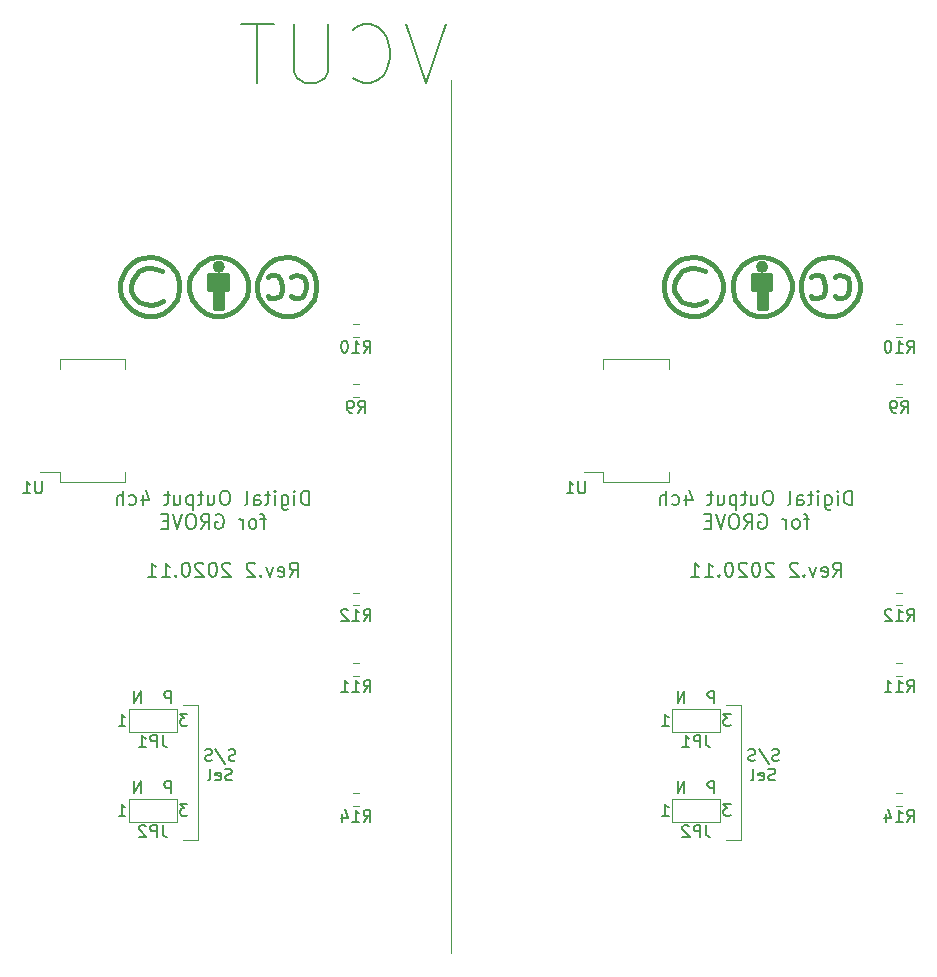
<source format=gbo>
G04 #@! TF.GenerationSoftware,KiCad,Pcbnew,(5.1.8)-1*
G04 #@! TF.CreationDate,2020-11-28T16:02:54+09:00*
G04 #@! TF.ProjectId,DigitalOutput4chS,44696769-7461-46c4-9f75-747075743463,2*
G04 #@! TF.SameCoordinates,Original*
G04 #@! TF.FileFunction,Legend,Bot*
G04 #@! TF.FilePolarity,Positive*
%FSLAX46Y46*%
G04 Gerber Fmt 4.6, Leading zero omitted, Abs format (unit mm)*
G04 Created by KiCad (PCBNEW (5.1.8)-1) date 2020-11-28 16:02:54*
%MOMM*%
%LPD*%
G01*
G04 APERTURE LIST*
%ADD10C,0.120000*%
%ADD11C,0.150000*%
%ADD12C,0.200000*%
%ADD13C,0.381000*%
G04 APERTURE END LIST*
D10*
X128320000Y-144030000D02*
X129590000Y-144030000D01*
X129590000Y-144030000D02*
X129590000Y-155460000D01*
X129590000Y-155460000D02*
X128320000Y-155460000D01*
D11*
X124795714Y-151467380D02*
X124795714Y-150467380D01*
X124224285Y-151467380D01*
X124224285Y-150467380D01*
D12*
X137378571Y-133142857D02*
X137778571Y-132571428D01*
X138064285Y-133142857D02*
X138064285Y-131942857D01*
X137607142Y-131942857D01*
X137492857Y-132000000D01*
X137435714Y-132057142D01*
X137378571Y-132171428D01*
X137378571Y-132342857D01*
X137435714Y-132457142D01*
X137492857Y-132514285D01*
X137607142Y-132571428D01*
X138064285Y-132571428D01*
X136407142Y-133085714D02*
X136521428Y-133142857D01*
X136750000Y-133142857D01*
X136864285Y-133085714D01*
X136921428Y-132971428D01*
X136921428Y-132514285D01*
X136864285Y-132400000D01*
X136750000Y-132342857D01*
X136521428Y-132342857D01*
X136407142Y-132400000D01*
X136350000Y-132514285D01*
X136350000Y-132628571D01*
X136921428Y-132742857D01*
X135950000Y-132342857D02*
X135664285Y-133142857D01*
X135378571Y-132342857D01*
X134921428Y-133028571D02*
X134864285Y-133085714D01*
X134921428Y-133142857D01*
X134978571Y-133085714D01*
X134921428Y-133028571D01*
X134921428Y-133142857D01*
X134407142Y-132057142D02*
X134350000Y-132000000D01*
X134235714Y-131942857D01*
X133950000Y-131942857D01*
X133835714Y-132000000D01*
X133778571Y-132057142D01*
X133721428Y-132171428D01*
X133721428Y-132285714D01*
X133778571Y-132457142D01*
X134464285Y-133142857D01*
X133721428Y-133142857D01*
X132350000Y-132057142D02*
X132292857Y-132000000D01*
X132178571Y-131942857D01*
X131892857Y-131942857D01*
X131778571Y-132000000D01*
X131721428Y-132057142D01*
X131664285Y-132171428D01*
X131664285Y-132285714D01*
X131721428Y-132457142D01*
X132407142Y-133142857D01*
X131664285Y-133142857D01*
X130921428Y-131942857D02*
X130807142Y-131942857D01*
X130692857Y-132000000D01*
X130635714Y-132057142D01*
X130578571Y-132171428D01*
X130521428Y-132400000D01*
X130521428Y-132685714D01*
X130578571Y-132914285D01*
X130635714Y-133028571D01*
X130692857Y-133085714D01*
X130807142Y-133142857D01*
X130921428Y-133142857D01*
X131035714Y-133085714D01*
X131092857Y-133028571D01*
X131150000Y-132914285D01*
X131207142Y-132685714D01*
X131207142Y-132400000D01*
X131150000Y-132171428D01*
X131092857Y-132057142D01*
X131035714Y-132000000D01*
X130921428Y-131942857D01*
X130064285Y-132057142D02*
X130007142Y-132000000D01*
X129892857Y-131942857D01*
X129607142Y-131942857D01*
X129492857Y-132000000D01*
X129435714Y-132057142D01*
X129378571Y-132171428D01*
X129378571Y-132285714D01*
X129435714Y-132457142D01*
X130121428Y-133142857D01*
X129378571Y-133142857D01*
X128635714Y-131942857D02*
X128521428Y-131942857D01*
X128407142Y-132000000D01*
X128350000Y-132057142D01*
X128292857Y-132171428D01*
X128235714Y-132400000D01*
X128235714Y-132685714D01*
X128292857Y-132914285D01*
X128350000Y-133028571D01*
X128407142Y-133085714D01*
X128521428Y-133142857D01*
X128635714Y-133142857D01*
X128750000Y-133085714D01*
X128807142Y-133028571D01*
X128864285Y-132914285D01*
X128921428Y-132685714D01*
X128921428Y-132400000D01*
X128864285Y-132171428D01*
X128807142Y-132057142D01*
X128750000Y-132000000D01*
X128635714Y-131942857D01*
X127721428Y-133028571D02*
X127664285Y-133085714D01*
X127721428Y-133142857D01*
X127778571Y-133085714D01*
X127721428Y-133028571D01*
X127721428Y-133142857D01*
X126521428Y-133142857D02*
X127207142Y-133142857D01*
X126864285Y-133142857D02*
X126864285Y-131942857D01*
X126978571Y-132114285D01*
X127092857Y-132228571D01*
X127207142Y-132285714D01*
X125378571Y-133142857D02*
X126064285Y-133142857D01*
X125721428Y-133142857D02*
X125721428Y-131942857D01*
X125835714Y-132114285D01*
X125950000Y-132228571D01*
X126064285Y-132285714D01*
D11*
X124795714Y-143847380D02*
X124795714Y-142847380D01*
X124224285Y-143847380D01*
X124224285Y-142847380D01*
X127311904Y-151467380D02*
X127311904Y-150467380D01*
X126930952Y-150467380D01*
X126835714Y-150515000D01*
X126788095Y-150562619D01*
X126740476Y-150657857D01*
X126740476Y-150800714D01*
X126788095Y-150895952D01*
X126835714Y-150943571D01*
X126930952Y-150991190D01*
X127311904Y-150991190D01*
X132780714Y-148689761D02*
X132637857Y-148737380D01*
X132399761Y-148737380D01*
X132304523Y-148689761D01*
X132256904Y-148642142D01*
X132209285Y-148546904D01*
X132209285Y-148451666D01*
X132256904Y-148356428D01*
X132304523Y-148308809D01*
X132399761Y-148261190D01*
X132590238Y-148213571D01*
X132685476Y-148165952D01*
X132733095Y-148118333D01*
X132780714Y-148023095D01*
X132780714Y-147927857D01*
X132733095Y-147832619D01*
X132685476Y-147785000D01*
X132590238Y-147737380D01*
X132352142Y-147737380D01*
X132209285Y-147785000D01*
X131066428Y-147689761D02*
X131923571Y-148975476D01*
X130780714Y-148689761D02*
X130637857Y-148737380D01*
X130399761Y-148737380D01*
X130304523Y-148689761D01*
X130256904Y-148642142D01*
X130209285Y-148546904D01*
X130209285Y-148451666D01*
X130256904Y-148356428D01*
X130304523Y-148308809D01*
X130399761Y-148261190D01*
X130590238Y-148213571D01*
X130685476Y-148165952D01*
X130733095Y-148118333D01*
X130780714Y-148023095D01*
X130780714Y-147927857D01*
X130733095Y-147832619D01*
X130685476Y-147785000D01*
X130590238Y-147737380D01*
X130352142Y-147737380D01*
X130209285Y-147785000D01*
X132471190Y-150339761D02*
X132328333Y-150387380D01*
X132090238Y-150387380D01*
X131995000Y-150339761D01*
X131947380Y-150292142D01*
X131899761Y-150196904D01*
X131899761Y-150101666D01*
X131947380Y-150006428D01*
X131995000Y-149958809D01*
X132090238Y-149911190D01*
X132280714Y-149863571D01*
X132375952Y-149815952D01*
X132423571Y-149768333D01*
X132471190Y-149673095D01*
X132471190Y-149577857D01*
X132423571Y-149482619D01*
X132375952Y-149435000D01*
X132280714Y-149387380D01*
X132042619Y-149387380D01*
X131899761Y-149435000D01*
X131090238Y-150339761D02*
X131185476Y-150387380D01*
X131375952Y-150387380D01*
X131471190Y-150339761D01*
X131518809Y-150244523D01*
X131518809Y-149863571D01*
X131471190Y-149768333D01*
X131375952Y-149720714D01*
X131185476Y-149720714D01*
X131090238Y-149768333D01*
X131042619Y-149863571D01*
X131042619Y-149958809D01*
X131518809Y-150054047D01*
X130471190Y-150387380D02*
X130566428Y-150339761D01*
X130614047Y-150244523D01*
X130614047Y-149387380D01*
X127311904Y-143847380D02*
X127311904Y-142847380D01*
X126930952Y-142847380D01*
X126835714Y-142895000D01*
X126788095Y-142942619D01*
X126740476Y-143037857D01*
X126740476Y-143180714D01*
X126788095Y-143275952D01*
X126835714Y-143323571D01*
X126930952Y-143371190D01*
X127311904Y-143371190D01*
D12*
X138974285Y-127062857D02*
X138974285Y-125862857D01*
X138688571Y-125862857D01*
X138517142Y-125920000D01*
X138402857Y-126034285D01*
X138345714Y-126148571D01*
X138288571Y-126377142D01*
X138288571Y-126548571D01*
X138345714Y-126777142D01*
X138402857Y-126891428D01*
X138517142Y-127005714D01*
X138688571Y-127062857D01*
X138974285Y-127062857D01*
X137774285Y-127062857D02*
X137774285Y-126262857D01*
X137774285Y-125862857D02*
X137831428Y-125920000D01*
X137774285Y-125977142D01*
X137717142Y-125920000D01*
X137774285Y-125862857D01*
X137774285Y-125977142D01*
X136688571Y-126262857D02*
X136688571Y-127234285D01*
X136745714Y-127348571D01*
X136802857Y-127405714D01*
X136917142Y-127462857D01*
X137088571Y-127462857D01*
X137202857Y-127405714D01*
X136688571Y-127005714D02*
X136802857Y-127062857D01*
X137031428Y-127062857D01*
X137145714Y-127005714D01*
X137202857Y-126948571D01*
X137260000Y-126834285D01*
X137260000Y-126491428D01*
X137202857Y-126377142D01*
X137145714Y-126320000D01*
X137031428Y-126262857D01*
X136802857Y-126262857D01*
X136688571Y-126320000D01*
X136117142Y-127062857D02*
X136117142Y-126262857D01*
X136117142Y-125862857D02*
X136174285Y-125920000D01*
X136117142Y-125977142D01*
X136060000Y-125920000D01*
X136117142Y-125862857D01*
X136117142Y-125977142D01*
X135717142Y-126262857D02*
X135260000Y-126262857D01*
X135545714Y-125862857D02*
X135545714Y-126891428D01*
X135488571Y-127005714D01*
X135374285Y-127062857D01*
X135260000Y-127062857D01*
X134345714Y-127062857D02*
X134345714Y-126434285D01*
X134402857Y-126320000D01*
X134517142Y-126262857D01*
X134745714Y-126262857D01*
X134860000Y-126320000D01*
X134345714Y-127005714D02*
X134460000Y-127062857D01*
X134745714Y-127062857D01*
X134860000Y-127005714D01*
X134917142Y-126891428D01*
X134917142Y-126777142D01*
X134860000Y-126662857D01*
X134745714Y-126605714D01*
X134460000Y-126605714D01*
X134345714Y-126548571D01*
X133602857Y-127062857D02*
X133717142Y-127005714D01*
X133774285Y-126891428D01*
X133774285Y-125862857D01*
X132002857Y-125862857D02*
X131774285Y-125862857D01*
X131660000Y-125920000D01*
X131545714Y-126034285D01*
X131488571Y-126262857D01*
X131488571Y-126662857D01*
X131545714Y-126891428D01*
X131660000Y-127005714D01*
X131774285Y-127062857D01*
X132002857Y-127062857D01*
X132117142Y-127005714D01*
X132231428Y-126891428D01*
X132288571Y-126662857D01*
X132288571Y-126262857D01*
X132231428Y-126034285D01*
X132117142Y-125920000D01*
X132002857Y-125862857D01*
X130460000Y-126262857D02*
X130460000Y-127062857D01*
X130974285Y-126262857D02*
X130974285Y-126891428D01*
X130917142Y-127005714D01*
X130802857Y-127062857D01*
X130631428Y-127062857D01*
X130517142Y-127005714D01*
X130460000Y-126948571D01*
X130060000Y-126262857D02*
X129602857Y-126262857D01*
X129888571Y-125862857D02*
X129888571Y-126891428D01*
X129831428Y-127005714D01*
X129717142Y-127062857D01*
X129602857Y-127062857D01*
X129202857Y-126262857D02*
X129202857Y-127462857D01*
X129202857Y-126320000D02*
X129088571Y-126262857D01*
X128860000Y-126262857D01*
X128745714Y-126320000D01*
X128688571Y-126377142D01*
X128631428Y-126491428D01*
X128631428Y-126834285D01*
X128688571Y-126948571D01*
X128745714Y-127005714D01*
X128860000Y-127062857D01*
X129088571Y-127062857D01*
X129202857Y-127005714D01*
X127602857Y-126262857D02*
X127602857Y-127062857D01*
X128117142Y-126262857D02*
X128117142Y-126891428D01*
X128060000Y-127005714D01*
X127945714Y-127062857D01*
X127774285Y-127062857D01*
X127660000Y-127005714D01*
X127602857Y-126948571D01*
X127202857Y-126262857D02*
X126745714Y-126262857D01*
X127031428Y-125862857D02*
X127031428Y-126891428D01*
X126974285Y-127005714D01*
X126860000Y-127062857D01*
X126745714Y-127062857D01*
X124917142Y-126262857D02*
X124917142Y-127062857D01*
X125202857Y-125805714D02*
X125488571Y-126662857D01*
X124745714Y-126662857D01*
X123774285Y-127005714D02*
X123888571Y-127062857D01*
X124117142Y-127062857D01*
X124231428Y-127005714D01*
X124288571Y-126948571D01*
X124345714Y-126834285D01*
X124345714Y-126491428D01*
X124288571Y-126377142D01*
X124231428Y-126320000D01*
X124117142Y-126262857D01*
X123888571Y-126262857D01*
X123774285Y-126320000D01*
X123260000Y-127062857D02*
X123260000Y-125862857D01*
X122745714Y-127062857D02*
X122745714Y-126434285D01*
X122802857Y-126320000D01*
X122917142Y-126262857D01*
X123088571Y-126262857D01*
X123202857Y-126320000D01*
X123260000Y-126377142D01*
X135345714Y-128262857D02*
X134888571Y-128262857D01*
X135174285Y-129062857D02*
X135174285Y-128034285D01*
X135117142Y-127920000D01*
X135002857Y-127862857D01*
X134888571Y-127862857D01*
X134317142Y-129062857D02*
X134431428Y-129005714D01*
X134488571Y-128948571D01*
X134545714Y-128834285D01*
X134545714Y-128491428D01*
X134488571Y-128377142D01*
X134431428Y-128320000D01*
X134317142Y-128262857D01*
X134145714Y-128262857D01*
X134031428Y-128320000D01*
X133974285Y-128377142D01*
X133917142Y-128491428D01*
X133917142Y-128834285D01*
X133974285Y-128948571D01*
X134031428Y-129005714D01*
X134145714Y-129062857D01*
X134317142Y-129062857D01*
X133402857Y-129062857D02*
X133402857Y-128262857D01*
X133402857Y-128491428D02*
X133345714Y-128377142D01*
X133288571Y-128320000D01*
X133174285Y-128262857D01*
X133060000Y-128262857D01*
X131117142Y-127920000D02*
X131231428Y-127862857D01*
X131402857Y-127862857D01*
X131574285Y-127920000D01*
X131688571Y-128034285D01*
X131745714Y-128148571D01*
X131802857Y-128377142D01*
X131802857Y-128548571D01*
X131745714Y-128777142D01*
X131688571Y-128891428D01*
X131574285Y-129005714D01*
X131402857Y-129062857D01*
X131288571Y-129062857D01*
X131117142Y-129005714D01*
X131060000Y-128948571D01*
X131060000Y-128548571D01*
X131288571Y-128548571D01*
X129860000Y-129062857D02*
X130260000Y-128491428D01*
X130545714Y-129062857D02*
X130545714Y-127862857D01*
X130088571Y-127862857D01*
X129974285Y-127920000D01*
X129917142Y-127977142D01*
X129860000Y-128091428D01*
X129860000Y-128262857D01*
X129917142Y-128377142D01*
X129974285Y-128434285D01*
X130088571Y-128491428D01*
X130545714Y-128491428D01*
X129117142Y-127862857D02*
X128888571Y-127862857D01*
X128774285Y-127920000D01*
X128660000Y-128034285D01*
X128602857Y-128262857D01*
X128602857Y-128662857D01*
X128660000Y-128891428D01*
X128774285Y-129005714D01*
X128888571Y-129062857D01*
X129117142Y-129062857D01*
X129231428Y-129005714D01*
X129345714Y-128891428D01*
X129402857Y-128662857D01*
X129402857Y-128262857D01*
X129345714Y-128034285D01*
X129231428Y-127920000D01*
X129117142Y-127862857D01*
X128260000Y-127862857D02*
X127860000Y-129062857D01*
X127460000Y-127862857D01*
X127060000Y-128434285D02*
X126660000Y-128434285D01*
X126488571Y-129062857D02*
X127060000Y-129062857D01*
X127060000Y-127862857D01*
X126488571Y-127862857D01*
X91378571Y-133142857D02*
X91778571Y-132571428D01*
X92064285Y-133142857D02*
X92064285Y-131942857D01*
X91607142Y-131942857D01*
X91492857Y-132000000D01*
X91435714Y-132057142D01*
X91378571Y-132171428D01*
X91378571Y-132342857D01*
X91435714Y-132457142D01*
X91492857Y-132514285D01*
X91607142Y-132571428D01*
X92064285Y-132571428D01*
X90407142Y-133085714D02*
X90521428Y-133142857D01*
X90750000Y-133142857D01*
X90864285Y-133085714D01*
X90921428Y-132971428D01*
X90921428Y-132514285D01*
X90864285Y-132400000D01*
X90750000Y-132342857D01*
X90521428Y-132342857D01*
X90407142Y-132400000D01*
X90350000Y-132514285D01*
X90350000Y-132628571D01*
X90921428Y-132742857D01*
X89950000Y-132342857D02*
X89664285Y-133142857D01*
X89378571Y-132342857D01*
X88921428Y-133028571D02*
X88864285Y-133085714D01*
X88921428Y-133142857D01*
X88978571Y-133085714D01*
X88921428Y-133028571D01*
X88921428Y-133142857D01*
X88407142Y-132057142D02*
X88350000Y-132000000D01*
X88235714Y-131942857D01*
X87950000Y-131942857D01*
X87835714Y-132000000D01*
X87778571Y-132057142D01*
X87721428Y-132171428D01*
X87721428Y-132285714D01*
X87778571Y-132457142D01*
X88464285Y-133142857D01*
X87721428Y-133142857D01*
X86350000Y-132057142D02*
X86292857Y-132000000D01*
X86178571Y-131942857D01*
X85892857Y-131942857D01*
X85778571Y-132000000D01*
X85721428Y-132057142D01*
X85664285Y-132171428D01*
X85664285Y-132285714D01*
X85721428Y-132457142D01*
X86407142Y-133142857D01*
X85664285Y-133142857D01*
X84921428Y-131942857D02*
X84807142Y-131942857D01*
X84692857Y-132000000D01*
X84635714Y-132057142D01*
X84578571Y-132171428D01*
X84521428Y-132400000D01*
X84521428Y-132685714D01*
X84578571Y-132914285D01*
X84635714Y-133028571D01*
X84692857Y-133085714D01*
X84807142Y-133142857D01*
X84921428Y-133142857D01*
X85035714Y-133085714D01*
X85092857Y-133028571D01*
X85150000Y-132914285D01*
X85207142Y-132685714D01*
X85207142Y-132400000D01*
X85150000Y-132171428D01*
X85092857Y-132057142D01*
X85035714Y-132000000D01*
X84921428Y-131942857D01*
X84064285Y-132057142D02*
X84007142Y-132000000D01*
X83892857Y-131942857D01*
X83607142Y-131942857D01*
X83492857Y-132000000D01*
X83435714Y-132057142D01*
X83378571Y-132171428D01*
X83378571Y-132285714D01*
X83435714Y-132457142D01*
X84121428Y-133142857D01*
X83378571Y-133142857D01*
X82635714Y-131942857D02*
X82521428Y-131942857D01*
X82407142Y-132000000D01*
X82350000Y-132057142D01*
X82292857Y-132171428D01*
X82235714Y-132400000D01*
X82235714Y-132685714D01*
X82292857Y-132914285D01*
X82350000Y-133028571D01*
X82407142Y-133085714D01*
X82521428Y-133142857D01*
X82635714Y-133142857D01*
X82750000Y-133085714D01*
X82807142Y-133028571D01*
X82864285Y-132914285D01*
X82921428Y-132685714D01*
X82921428Y-132400000D01*
X82864285Y-132171428D01*
X82807142Y-132057142D01*
X82750000Y-132000000D01*
X82635714Y-131942857D01*
X81721428Y-133028571D02*
X81664285Y-133085714D01*
X81721428Y-133142857D01*
X81778571Y-133085714D01*
X81721428Y-133028571D01*
X81721428Y-133142857D01*
X80521428Y-133142857D02*
X81207142Y-133142857D01*
X80864285Y-133142857D02*
X80864285Y-131942857D01*
X80978571Y-132114285D01*
X81092857Y-132228571D01*
X81207142Y-132285714D01*
X79378571Y-133142857D02*
X80064285Y-133142857D01*
X79721428Y-133142857D02*
X79721428Y-131942857D01*
X79835714Y-132114285D01*
X79950000Y-132228571D01*
X80064285Y-132285714D01*
D11*
X86780714Y-148689761D02*
X86637857Y-148737380D01*
X86399761Y-148737380D01*
X86304523Y-148689761D01*
X86256904Y-148642142D01*
X86209285Y-148546904D01*
X86209285Y-148451666D01*
X86256904Y-148356428D01*
X86304523Y-148308809D01*
X86399761Y-148261190D01*
X86590238Y-148213571D01*
X86685476Y-148165952D01*
X86733095Y-148118333D01*
X86780714Y-148023095D01*
X86780714Y-147927857D01*
X86733095Y-147832619D01*
X86685476Y-147785000D01*
X86590238Y-147737380D01*
X86352142Y-147737380D01*
X86209285Y-147785000D01*
X85066428Y-147689761D02*
X85923571Y-148975476D01*
X84780714Y-148689761D02*
X84637857Y-148737380D01*
X84399761Y-148737380D01*
X84304523Y-148689761D01*
X84256904Y-148642142D01*
X84209285Y-148546904D01*
X84209285Y-148451666D01*
X84256904Y-148356428D01*
X84304523Y-148308809D01*
X84399761Y-148261190D01*
X84590238Y-148213571D01*
X84685476Y-148165952D01*
X84733095Y-148118333D01*
X84780714Y-148023095D01*
X84780714Y-147927857D01*
X84733095Y-147832619D01*
X84685476Y-147785000D01*
X84590238Y-147737380D01*
X84352142Y-147737380D01*
X84209285Y-147785000D01*
X86471190Y-150339761D02*
X86328333Y-150387380D01*
X86090238Y-150387380D01*
X85995000Y-150339761D01*
X85947380Y-150292142D01*
X85899761Y-150196904D01*
X85899761Y-150101666D01*
X85947380Y-150006428D01*
X85995000Y-149958809D01*
X86090238Y-149911190D01*
X86280714Y-149863571D01*
X86375952Y-149815952D01*
X86423571Y-149768333D01*
X86471190Y-149673095D01*
X86471190Y-149577857D01*
X86423571Y-149482619D01*
X86375952Y-149435000D01*
X86280714Y-149387380D01*
X86042619Y-149387380D01*
X85899761Y-149435000D01*
X85090238Y-150339761D02*
X85185476Y-150387380D01*
X85375952Y-150387380D01*
X85471190Y-150339761D01*
X85518809Y-150244523D01*
X85518809Y-149863571D01*
X85471190Y-149768333D01*
X85375952Y-149720714D01*
X85185476Y-149720714D01*
X85090238Y-149768333D01*
X85042619Y-149863571D01*
X85042619Y-149958809D01*
X85518809Y-150054047D01*
X84471190Y-150387380D02*
X84566428Y-150339761D01*
X84614047Y-150244523D01*
X84614047Y-149387380D01*
X81311904Y-143847380D02*
X81311904Y-142847380D01*
X80930952Y-142847380D01*
X80835714Y-142895000D01*
X80788095Y-142942619D01*
X80740476Y-143037857D01*
X80740476Y-143180714D01*
X80788095Y-143275952D01*
X80835714Y-143323571D01*
X80930952Y-143371190D01*
X81311904Y-143371190D01*
X78795714Y-143847380D02*
X78795714Y-142847380D01*
X78224285Y-143847380D01*
X78224285Y-142847380D01*
X81311904Y-151467380D02*
X81311904Y-150467380D01*
X80930952Y-150467380D01*
X80835714Y-150515000D01*
X80788095Y-150562619D01*
X80740476Y-150657857D01*
X80740476Y-150800714D01*
X80788095Y-150895952D01*
X80835714Y-150943571D01*
X80930952Y-150991190D01*
X81311904Y-150991190D01*
D12*
X92974285Y-127062857D02*
X92974285Y-125862857D01*
X92688571Y-125862857D01*
X92517142Y-125920000D01*
X92402857Y-126034285D01*
X92345714Y-126148571D01*
X92288571Y-126377142D01*
X92288571Y-126548571D01*
X92345714Y-126777142D01*
X92402857Y-126891428D01*
X92517142Y-127005714D01*
X92688571Y-127062857D01*
X92974285Y-127062857D01*
X91774285Y-127062857D02*
X91774285Y-126262857D01*
X91774285Y-125862857D02*
X91831428Y-125920000D01*
X91774285Y-125977142D01*
X91717142Y-125920000D01*
X91774285Y-125862857D01*
X91774285Y-125977142D01*
X90688571Y-126262857D02*
X90688571Y-127234285D01*
X90745714Y-127348571D01*
X90802857Y-127405714D01*
X90917142Y-127462857D01*
X91088571Y-127462857D01*
X91202857Y-127405714D01*
X90688571Y-127005714D02*
X90802857Y-127062857D01*
X91031428Y-127062857D01*
X91145714Y-127005714D01*
X91202857Y-126948571D01*
X91260000Y-126834285D01*
X91260000Y-126491428D01*
X91202857Y-126377142D01*
X91145714Y-126320000D01*
X91031428Y-126262857D01*
X90802857Y-126262857D01*
X90688571Y-126320000D01*
X90117142Y-127062857D02*
X90117142Y-126262857D01*
X90117142Y-125862857D02*
X90174285Y-125920000D01*
X90117142Y-125977142D01*
X90060000Y-125920000D01*
X90117142Y-125862857D01*
X90117142Y-125977142D01*
X89717142Y-126262857D02*
X89260000Y-126262857D01*
X89545714Y-125862857D02*
X89545714Y-126891428D01*
X89488571Y-127005714D01*
X89374285Y-127062857D01*
X89260000Y-127062857D01*
X88345714Y-127062857D02*
X88345714Y-126434285D01*
X88402857Y-126320000D01*
X88517142Y-126262857D01*
X88745714Y-126262857D01*
X88860000Y-126320000D01*
X88345714Y-127005714D02*
X88460000Y-127062857D01*
X88745714Y-127062857D01*
X88860000Y-127005714D01*
X88917142Y-126891428D01*
X88917142Y-126777142D01*
X88860000Y-126662857D01*
X88745714Y-126605714D01*
X88460000Y-126605714D01*
X88345714Y-126548571D01*
X87602857Y-127062857D02*
X87717142Y-127005714D01*
X87774285Y-126891428D01*
X87774285Y-125862857D01*
X86002857Y-125862857D02*
X85774285Y-125862857D01*
X85660000Y-125920000D01*
X85545714Y-126034285D01*
X85488571Y-126262857D01*
X85488571Y-126662857D01*
X85545714Y-126891428D01*
X85660000Y-127005714D01*
X85774285Y-127062857D01*
X86002857Y-127062857D01*
X86117142Y-127005714D01*
X86231428Y-126891428D01*
X86288571Y-126662857D01*
X86288571Y-126262857D01*
X86231428Y-126034285D01*
X86117142Y-125920000D01*
X86002857Y-125862857D01*
X84460000Y-126262857D02*
X84460000Y-127062857D01*
X84974285Y-126262857D02*
X84974285Y-126891428D01*
X84917142Y-127005714D01*
X84802857Y-127062857D01*
X84631428Y-127062857D01*
X84517142Y-127005714D01*
X84460000Y-126948571D01*
X84060000Y-126262857D02*
X83602857Y-126262857D01*
X83888571Y-125862857D02*
X83888571Y-126891428D01*
X83831428Y-127005714D01*
X83717142Y-127062857D01*
X83602857Y-127062857D01*
X83202857Y-126262857D02*
X83202857Y-127462857D01*
X83202857Y-126320000D02*
X83088571Y-126262857D01*
X82860000Y-126262857D01*
X82745714Y-126320000D01*
X82688571Y-126377142D01*
X82631428Y-126491428D01*
X82631428Y-126834285D01*
X82688571Y-126948571D01*
X82745714Y-127005714D01*
X82860000Y-127062857D01*
X83088571Y-127062857D01*
X83202857Y-127005714D01*
X81602857Y-126262857D02*
X81602857Y-127062857D01*
X82117142Y-126262857D02*
X82117142Y-126891428D01*
X82060000Y-127005714D01*
X81945714Y-127062857D01*
X81774285Y-127062857D01*
X81660000Y-127005714D01*
X81602857Y-126948571D01*
X81202857Y-126262857D02*
X80745714Y-126262857D01*
X81031428Y-125862857D02*
X81031428Y-126891428D01*
X80974285Y-127005714D01*
X80860000Y-127062857D01*
X80745714Y-127062857D01*
X78917142Y-126262857D02*
X78917142Y-127062857D01*
X79202857Y-125805714D02*
X79488571Y-126662857D01*
X78745714Y-126662857D01*
X77774285Y-127005714D02*
X77888571Y-127062857D01*
X78117142Y-127062857D01*
X78231428Y-127005714D01*
X78288571Y-126948571D01*
X78345714Y-126834285D01*
X78345714Y-126491428D01*
X78288571Y-126377142D01*
X78231428Y-126320000D01*
X78117142Y-126262857D01*
X77888571Y-126262857D01*
X77774285Y-126320000D01*
X77260000Y-127062857D02*
X77260000Y-125862857D01*
X76745714Y-127062857D02*
X76745714Y-126434285D01*
X76802857Y-126320000D01*
X76917142Y-126262857D01*
X77088571Y-126262857D01*
X77202857Y-126320000D01*
X77260000Y-126377142D01*
X89345714Y-128262857D02*
X88888571Y-128262857D01*
X89174285Y-129062857D02*
X89174285Y-128034285D01*
X89117142Y-127920000D01*
X89002857Y-127862857D01*
X88888571Y-127862857D01*
X88317142Y-129062857D02*
X88431428Y-129005714D01*
X88488571Y-128948571D01*
X88545714Y-128834285D01*
X88545714Y-128491428D01*
X88488571Y-128377142D01*
X88431428Y-128320000D01*
X88317142Y-128262857D01*
X88145714Y-128262857D01*
X88031428Y-128320000D01*
X87974285Y-128377142D01*
X87917142Y-128491428D01*
X87917142Y-128834285D01*
X87974285Y-128948571D01*
X88031428Y-129005714D01*
X88145714Y-129062857D01*
X88317142Y-129062857D01*
X87402857Y-129062857D02*
X87402857Y-128262857D01*
X87402857Y-128491428D02*
X87345714Y-128377142D01*
X87288571Y-128320000D01*
X87174285Y-128262857D01*
X87060000Y-128262857D01*
X85117142Y-127920000D02*
X85231428Y-127862857D01*
X85402857Y-127862857D01*
X85574285Y-127920000D01*
X85688571Y-128034285D01*
X85745714Y-128148571D01*
X85802857Y-128377142D01*
X85802857Y-128548571D01*
X85745714Y-128777142D01*
X85688571Y-128891428D01*
X85574285Y-129005714D01*
X85402857Y-129062857D01*
X85288571Y-129062857D01*
X85117142Y-129005714D01*
X85060000Y-128948571D01*
X85060000Y-128548571D01*
X85288571Y-128548571D01*
X83860000Y-129062857D02*
X84260000Y-128491428D01*
X84545714Y-129062857D02*
X84545714Y-127862857D01*
X84088571Y-127862857D01*
X83974285Y-127920000D01*
X83917142Y-127977142D01*
X83860000Y-128091428D01*
X83860000Y-128262857D01*
X83917142Y-128377142D01*
X83974285Y-128434285D01*
X84088571Y-128491428D01*
X84545714Y-128491428D01*
X83117142Y-127862857D02*
X82888571Y-127862857D01*
X82774285Y-127920000D01*
X82660000Y-128034285D01*
X82602857Y-128262857D01*
X82602857Y-128662857D01*
X82660000Y-128891428D01*
X82774285Y-129005714D01*
X82888571Y-129062857D01*
X83117142Y-129062857D01*
X83231428Y-129005714D01*
X83345714Y-128891428D01*
X83402857Y-128662857D01*
X83402857Y-128262857D01*
X83345714Y-128034285D01*
X83231428Y-127920000D01*
X83117142Y-127862857D01*
X82260000Y-127862857D02*
X81860000Y-129062857D01*
X81460000Y-127862857D01*
X81060000Y-128434285D02*
X80660000Y-128434285D01*
X80488571Y-129062857D02*
X81060000Y-129062857D01*
X81060000Y-127862857D01*
X80488571Y-127862857D01*
D11*
X78795714Y-151467380D02*
X78795714Y-150467380D01*
X78224285Y-151467380D01*
X78224285Y-150467380D01*
D10*
X82320000Y-144030000D02*
X83590000Y-144030000D01*
X83590000Y-144030000D02*
X83590000Y-155460000D01*
X83590000Y-155460000D02*
X82320000Y-155460000D01*
X105000000Y-91100000D02*
X105000000Y-165000000D01*
D11*
X104590476Y-86361904D02*
X102923809Y-91361904D01*
X101257142Y-86361904D01*
X96733333Y-90885714D02*
X96971428Y-91123809D01*
X97685714Y-91361904D01*
X98161904Y-91361904D01*
X98876190Y-91123809D01*
X99352380Y-90647619D01*
X99590476Y-90171428D01*
X99828571Y-89219047D01*
X99828571Y-88504761D01*
X99590476Y-87552380D01*
X99352380Y-87076190D01*
X98876190Y-86600000D01*
X98161904Y-86361904D01*
X97685714Y-86361904D01*
X96971428Y-86600000D01*
X96733333Y-86838095D01*
X94590476Y-86361904D02*
X94590476Y-90409523D01*
X94352380Y-90885714D01*
X94114285Y-91123809D01*
X93638095Y-91361904D01*
X92685714Y-91361904D01*
X92209523Y-91123809D01*
X91971428Y-90885714D01*
X91733333Y-90409523D01*
X91733333Y-86361904D01*
X90066666Y-86361904D02*
X87209523Y-86361904D01*
X88638095Y-91361904D02*
X88638095Y-86361904D01*
D10*
X142745276Y-140477500D02*
X143254724Y-140477500D01*
X142745276Y-141522500D02*
X143254724Y-141522500D01*
X142745276Y-116837500D02*
X143254724Y-116837500D01*
X142745276Y-117882500D02*
X143254724Y-117882500D01*
X117940000Y-124270000D02*
X116250000Y-124270000D01*
X117940000Y-125110000D02*
X117940000Y-124270000D01*
X120700000Y-125110000D02*
X117940000Y-125110000D01*
X123460000Y-125110000D02*
X123460000Y-124270000D01*
X120700000Y-125110000D02*
X123460000Y-125110000D01*
X117940000Y-114690000D02*
X117940000Y-115530000D01*
X120700000Y-114690000D02*
X117940000Y-114690000D01*
X123460000Y-114690000D02*
X123460000Y-115530000D01*
X120700000Y-114690000D02*
X123460000Y-114690000D01*
D13*
X135622360Y-110572180D02*
X135124520Y-110074340D01*
X139323140Y-107374320D02*
X139523800Y-107773100D01*
X135124520Y-107072060D02*
X135622360Y-106574220D01*
X136724720Y-108971980D02*
X136524060Y-109373300D01*
X138723700Y-108273480D02*
X138723700Y-108672260D01*
X134624140Y-108174420D02*
X134822260Y-107572440D01*
X137522280Y-107773100D02*
X137623880Y-107674040D01*
X138423980Y-109472360D02*
X138124260Y-109573960D01*
X137722940Y-109573960D02*
X137522280Y-109373300D01*
X136823780Y-111072560D02*
X136224340Y-110874440D01*
X136122740Y-106271960D02*
X136524060Y-106172900D01*
X136524060Y-106172900D02*
X137123500Y-106073840D01*
X136422460Y-107674040D02*
X136623120Y-108072820D01*
X136224340Y-110874440D02*
X135622360Y-110572180D01*
X135622360Y-107674040D02*
X135823020Y-107572440D01*
X135823020Y-107572440D02*
X136122740Y-107572440D01*
X139622860Y-108872920D02*
X139424740Y-109673020D01*
X134624140Y-108773860D02*
X134624140Y-108174420D01*
X135924620Y-109573960D02*
X135622360Y-109573960D01*
X136122740Y-109573960D02*
X135924620Y-109573960D01*
X138822760Y-110374060D02*
X138322380Y-110772840D01*
X137623880Y-107674040D02*
X137923600Y-107572440D01*
X137222560Y-106073840D02*
X137824540Y-106172900D01*
X135523300Y-107773100D02*
X135622360Y-107674040D01*
X138322380Y-110772840D02*
X137623880Y-111072560D01*
X137623880Y-111072560D02*
X136823780Y-111072560D01*
X136524060Y-109373300D02*
X136122740Y-109573960D01*
X139622860Y-108273480D02*
X139622860Y-108872920D01*
X138624640Y-109172640D02*
X138423980Y-109472360D01*
X138322380Y-106373560D02*
X138822760Y-106772340D01*
X135124520Y-110074340D02*
X134723200Y-109373300D01*
X138322380Y-107674040D02*
X138624640Y-107872160D01*
X137824540Y-106172900D02*
X138322380Y-106373560D01*
X137923600Y-107572440D02*
X138322380Y-107674040D01*
X139523800Y-107773100D02*
X139622860Y-108273480D01*
X135622360Y-109573960D02*
X135523300Y-109373300D01*
X138723700Y-108672260D02*
X138624640Y-109172640D01*
X134723200Y-109373300D02*
X134624140Y-108773860D01*
X134822260Y-107572440D02*
X135124520Y-107072060D01*
X138822760Y-106772340D02*
X139323140Y-107374320D01*
X138124260Y-109573960D02*
X137722940Y-109573960D01*
X137123500Y-106073840D02*
X137222560Y-106073840D01*
X135622360Y-106574220D02*
X136122740Y-106271960D01*
X139424740Y-109673020D02*
X138822760Y-110374060D01*
X136623120Y-108072820D02*
X136724720Y-108573200D01*
X136724720Y-108573200D02*
X136724720Y-108971980D01*
X136122740Y-107572440D02*
X136422460Y-107674040D01*
X138624640Y-107872160D02*
X138723700Y-108273480D01*
X126026380Y-107070460D02*
X126526760Y-107271120D01*
X127225260Y-106770740D02*
X127725640Y-107372720D01*
X123925800Y-108970380D02*
X123925800Y-108571600D01*
X124225520Y-109470760D02*
X123925800Y-108970380D01*
X123925800Y-108571600D02*
X124024860Y-108071220D01*
X124024860Y-108071220D02*
X124327120Y-107570840D01*
X124327120Y-107570840D02*
X124626840Y-107271120D01*
X124626840Y-107271120D02*
X125226280Y-106971400D01*
X124626840Y-109872080D02*
X124225520Y-109470760D01*
X125226280Y-106971400D02*
X125625060Y-106971400D01*
X125526000Y-106072240D02*
X125625060Y-106072240D01*
X125127220Y-110072740D02*
X124626840Y-109872080D01*
X126724880Y-106371960D02*
X127225260Y-106770740D01*
X125625060Y-110171800D02*
X125127220Y-110072740D01*
X125625060Y-106971400D02*
X126026380Y-107070460D01*
X126227040Y-106171300D02*
X126724880Y-106371960D01*
X127725640Y-107372720D02*
X127926300Y-107771500D01*
X125625060Y-106072240D02*
X126227040Y-106171300D01*
X127926300Y-107771500D02*
X128025360Y-108271880D01*
X128025360Y-108271880D02*
X128025360Y-108871320D01*
X126625820Y-109770480D02*
X126125440Y-110072740D01*
X126125440Y-110072740D02*
X125625060Y-110171800D01*
X128025360Y-108871320D02*
X127827240Y-109671420D01*
X127827240Y-109671420D02*
X127225260Y-110372460D01*
X127225260Y-110372460D02*
X126724880Y-110771240D01*
X123026640Y-108172820D02*
X123224760Y-107570840D01*
X125226280Y-111070960D02*
X124626840Y-110872840D01*
X124024860Y-110570580D02*
X123527020Y-110072740D01*
X124024860Y-106572620D02*
X124525240Y-106270360D01*
X123527020Y-107070460D02*
X124024860Y-106572620D01*
X123026640Y-108772260D02*
X123026640Y-108172820D01*
X124926560Y-106171300D02*
X125526000Y-106072240D01*
X126026380Y-111070960D02*
X125226280Y-111070960D01*
X123224760Y-107570840D02*
X123527020Y-107070460D01*
X124525240Y-106270360D02*
X124926560Y-106171300D01*
X126724880Y-110771240D02*
X126026380Y-111070960D01*
X123125700Y-109371700D02*
X123026640Y-108772260D01*
X124626840Y-110872840D02*
X124024860Y-110570580D01*
X123527020Y-110072740D02*
X123125700Y-109371700D01*
X129668740Y-110390240D02*
X130169120Y-110789020D01*
X130567900Y-107588620D02*
X132069040Y-107588620D01*
X132069040Y-107588620D02*
X132069040Y-108790040D01*
X131683666Y-106890120D02*
G75*
G03*
X131683666Y-106890120I-315666J0D01*
G01*
X131667720Y-111088740D02*
X132267160Y-110890620D01*
X131268940Y-106090020D02*
X130666960Y-106189080D01*
X131068280Y-110390240D02*
X131568660Y-110390240D01*
X131068280Y-108889100D02*
X131068280Y-110390240D01*
X128967700Y-107789280D02*
X128868640Y-108289660D01*
X129066760Y-109689200D02*
X129668740Y-110390240D01*
X133366980Y-110090520D02*
X133768300Y-109389480D01*
X131667720Y-110390240D02*
X131667720Y-108790040D01*
X128868640Y-108889100D02*
X129066760Y-109689200D01*
X130867620Y-111088740D02*
X131667720Y-111088740D01*
X133867360Y-108790040D02*
X133867360Y-108190600D01*
X132869140Y-106590400D02*
X132368760Y-106288140D01*
X130666960Y-106189080D02*
X130169120Y-106389740D01*
X132368760Y-106288140D02*
X131967440Y-106189080D01*
X131967440Y-106189080D02*
X131368000Y-106090020D01*
X129668740Y-106788520D02*
X129168360Y-107390500D01*
X131368000Y-108889100D02*
X131368000Y-110189580D01*
X131868380Y-108190600D02*
X130666960Y-108190600D01*
X130666960Y-107888340D02*
X131967440Y-107888340D01*
X131467060Y-110390240D02*
X131667720Y-110390240D01*
X132069040Y-108790040D02*
X130567900Y-108790040D01*
X130567900Y-108790040D02*
X130567900Y-107588620D01*
X129168360Y-107390500D02*
X128967700Y-107789280D01*
X132869140Y-110588360D02*
X133366980Y-110090520D01*
X133867360Y-108190600D02*
X133669240Y-107588620D01*
X133669240Y-107588620D02*
X133366980Y-107088240D01*
X130567900Y-108490320D02*
X131868380Y-108490320D01*
X132267160Y-110890620D02*
X132869140Y-110588360D01*
X131368000Y-106090020D02*
X131268940Y-106090020D01*
X133768300Y-109389480D02*
X133867360Y-108790040D01*
X130169120Y-110789020D02*
X130867620Y-111088740D01*
X133366980Y-107088240D02*
X132869140Y-106590400D01*
X130169120Y-106389740D02*
X129668740Y-106788520D01*
X128868640Y-108289660D02*
X128868640Y-108889100D01*
X131368000Y-106689460D02*
X131368000Y-107088240D01*
D10*
X123730000Y-146300000D02*
X127830000Y-146300000D01*
X127830000Y-146300000D02*
X127830000Y-144300000D01*
X127830000Y-144300000D02*
X123730000Y-144300000D01*
X123730000Y-144300000D02*
X123730000Y-146300000D01*
X123730000Y-153920000D02*
X127830000Y-153920000D01*
X127830000Y-153920000D02*
X127830000Y-151920000D01*
X127830000Y-151920000D02*
X123730000Y-151920000D01*
X123730000Y-151920000D02*
X123730000Y-153920000D01*
X142745276Y-151477500D02*
X143254724Y-151477500D01*
X142745276Y-152522500D02*
X143254724Y-152522500D01*
X142745276Y-134477500D02*
X143254724Y-134477500D01*
X142745276Y-135522500D02*
X143254724Y-135522500D01*
X142745276Y-111757500D02*
X143254724Y-111757500D01*
X142745276Y-112802500D02*
X143254724Y-112802500D01*
X96745276Y-117882500D02*
X97254724Y-117882500D01*
X96745276Y-116837500D02*
X97254724Y-116837500D01*
X74700000Y-114690000D02*
X77460000Y-114690000D01*
X77460000Y-114690000D02*
X77460000Y-115530000D01*
X74700000Y-114690000D02*
X71940000Y-114690000D01*
X71940000Y-114690000D02*
X71940000Y-115530000D01*
X74700000Y-125110000D02*
X77460000Y-125110000D01*
X77460000Y-125110000D02*
X77460000Y-124270000D01*
X74700000Y-125110000D02*
X71940000Y-125110000D01*
X71940000Y-125110000D02*
X71940000Y-124270000D01*
X71940000Y-124270000D02*
X70250000Y-124270000D01*
X96745276Y-141522500D02*
X97254724Y-141522500D01*
X96745276Y-140477500D02*
X97254724Y-140477500D01*
X96745276Y-152522500D02*
X97254724Y-152522500D01*
X96745276Y-151477500D02*
X97254724Y-151477500D01*
X96745276Y-135522500D02*
X97254724Y-135522500D01*
X96745276Y-134477500D02*
X97254724Y-134477500D01*
X96745276Y-112802500D02*
X97254724Y-112802500D01*
X96745276Y-111757500D02*
X97254724Y-111757500D01*
X77730000Y-144300000D02*
X77730000Y-146300000D01*
X81830000Y-144300000D02*
X77730000Y-144300000D01*
X81830000Y-146300000D02*
X81830000Y-144300000D01*
X77730000Y-146300000D02*
X81830000Y-146300000D01*
X77730000Y-151920000D02*
X77730000Y-153920000D01*
X81830000Y-151920000D02*
X77730000Y-151920000D01*
X81830000Y-153920000D02*
X81830000Y-151920000D01*
X77730000Y-153920000D02*
X81830000Y-153920000D01*
D13*
X85368000Y-106689460D02*
X85368000Y-107088240D01*
X82868640Y-108289660D02*
X82868640Y-108889100D01*
X84169120Y-106389740D02*
X83668740Y-106788520D01*
X87366980Y-107088240D02*
X86869140Y-106590400D01*
X84169120Y-110789020D02*
X84867620Y-111088740D01*
X87768300Y-109389480D02*
X87867360Y-108790040D01*
X85368000Y-106090020D02*
X85268940Y-106090020D01*
X86267160Y-110890620D02*
X86869140Y-110588360D01*
X84567900Y-108490320D02*
X85868380Y-108490320D01*
X87669240Y-107588620D02*
X87366980Y-107088240D01*
X87867360Y-108190600D02*
X87669240Y-107588620D01*
X86869140Y-110588360D02*
X87366980Y-110090520D01*
X83168360Y-107390500D02*
X82967700Y-107789280D01*
X84567900Y-108790040D02*
X84567900Y-107588620D01*
X86069040Y-108790040D02*
X84567900Y-108790040D01*
X85467060Y-110390240D02*
X85667720Y-110390240D01*
X84666960Y-107888340D02*
X85967440Y-107888340D01*
X85868380Y-108190600D02*
X84666960Y-108190600D01*
X85368000Y-108889100D02*
X85368000Y-110189580D01*
X83668740Y-106788520D02*
X83168360Y-107390500D01*
X85967440Y-106189080D02*
X85368000Y-106090020D01*
X86368760Y-106288140D02*
X85967440Y-106189080D01*
X84666960Y-106189080D02*
X84169120Y-106389740D01*
X86869140Y-106590400D02*
X86368760Y-106288140D01*
X87867360Y-108790040D02*
X87867360Y-108190600D01*
X84867620Y-111088740D02*
X85667720Y-111088740D01*
X82868640Y-108889100D02*
X83066760Y-109689200D01*
X85667720Y-110390240D02*
X85667720Y-108790040D01*
X87366980Y-110090520D02*
X87768300Y-109389480D01*
X83066760Y-109689200D02*
X83668740Y-110390240D01*
X82967700Y-107789280D02*
X82868640Y-108289660D01*
X85068280Y-108889100D02*
X85068280Y-110390240D01*
X85068280Y-110390240D02*
X85568660Y-110390240D01*
X85268940Y-106090020D02*
X84666960Y-106189080D01*
X85667720Y-111088740D02*
X86267160Y-110890620D01*
X85683666Y-106890120D02*
G75*
G03*
X85683666Y-106890120I-315666J0D01*
G01*
X86069040Y-107588620D02*
X86069040Y-108790040D01*
X84567900Y-107588620D02*
X86069040Y-107588620D01*
X83668740Y-110390240D02*
X84169120Y-110789020D01*
X77527020Y-110072740D02*
X77125700Y-109371700D01*
X78626840Y-110872840D02*
X78024860Y-110570580D01*
X77125700Y-109371700D02*
X77026640Y-108772260D01*
X80724880Y-110771240D02*
X80026380Y-111070960D01*
X78525240Y-106270360D02*
X78926560Y-106171300D01*
X77224760Y-107570840D02*
X77527020Y-107070460D01*
X80026380Y-111070960D02*
X79226280Y-111070960D01*
X78926560Y-106171300D02*
X79526000Y-106072240D01*
X77026640Y-108772260D02*
X77026640Y-108172820D01*
X77527020Y-107070460D02*
X78024860Y-106572620D01*
X78024860Y-106572620D02*
X78525240Y-106270360D01*
X78024860Y-110570580D02*
X77527020Y-110072740D01*
X79226280Y-111070960D02*
X78626840Y-110872840D01*
X77026640Y-108172820D02*
X77224760Y-107570840D01*
X81225260Y-110372460D02*
X80724880Y-110771240D01*
X81827240Y-109671420D02*
X81225260Y-110372460D01*
X82025360Y-108871320D02*
X81827240Y-109671420D01*
X80125440Y-110072740D02*
X79625060Y-110171800D01*
X80625820Y-109770480D02*
X80125440Y-110072740D01*
X82025360Y-108271880D02*
X82025360Y-108871320D01*
X81926300Y-107771500D02*
X82025360Y-108271880D01*
X79625060Y-106072240D02*
X80227040Y-106171300D01*
X81725640Y-107372720D02*
X81926300Y-107771500D01*
X80227040Y-106171300D02*
X80724880Y-106371960D01*
X79625060Y-106971400D02*
X80026380Y-107070460D01*
X79625060Y-110171800D02*
X79127220Y-110072740D01*
X80724880Y-106371960D02*
X81225260Y-106770740D01*
X79127220Y-110072740D02*
X78626840Y-109872080D01*
X79526000Y-106072240D02*
X79625060Y-106072240D01*
X79226280Y-106971400D02*
X79625060Y-106971400D01*
X78626840Y-109872080D02*
X78225520Y-109470760D01*
X78626840Y-107271120D02*
X79226280Y-106971400D01*
X78327120Y-107570840D02*
X78626840Y-107271120D01*
X78024860Y-108071220D02*
X78327120Y-107570840D01*
X77925800Y-108571600D02*
X78024860Y-108071220D01*
X78225520Y-109470760D02*
X77925800Y-108970380D01*
X77925800Y-108970380D02*
X77925800Y-108571600D01*
X81225260Y-106770740D02*
X81725640Y-107372720D01*
X80026380Y-107070460D02*
X80526760Y-107271120D01*
X92624640Y-107872160D02*
X92723700Y-108273480D01*
X90122740Y-107572440D02*
X90422460Y-107674040D01*
X90724720Y-108573200D02*
X90724720Y-108971980D01*
X90623120Y-108072820D02*
X90724720Y-108573200D01*
X93424740Y-109673020D02*
X92822760Y-110374060D01*
X89622360Y-106574220D02*
X90122740Y-106271960D01*
X91123500Y-106073840D02*
X91222560Y-106073840D01*
X92124260Y-109573960D02*
X91722940Y-109573960D01*
X92822760Y-106772340D02*
X93323140Y-107374320D01*
X88822260Y-107572440D02*
X89124520Y-107072060D01*
X88723200Y-109373300D02*
X88624140Y-108773860D01*
X92723700Y-108672260D02*
X92624640Y-109172640D01*
X89622360Y-109573960D02*
X89523300Y-109373300D01*
X93523800Y-107773100D02*
X93622860Y-108273480D01*
X91923600Y-107572440D02*
X92322380Y-107674040D01*
X91824540Y-106172900D02*
X92322380Y-106373560D01*
X92322380Y-107674040D02*
X92624640Y-107872160D01*
X89124520Y-110074340D02*
X88723200Y-109373300D01*
X92322380Y-106373560D02*
X92822760Y-106772340D01*
X92624640Y-109172640D02*
X92423980Y-109472360D01*
X93622860Y-108273480D02*
X93622860Y-108872920D01*
X90524060Y-109373300D02*
X90122740Y-109573960D01*
X91623880Y-111072560D02*
X90823780Y-111072560D01*
X92322380Y-110772840D02*
X91623880Y-111072560D01*
X89523300Y-107773100D02*
X89622360Y-107674040D01*
X91222560Y-106073840D02*
X91824540Y-106172900D01*
X91623880Y-107674040D02*
X91923600Y-107572440D01*
X92822760Y-110374060D02*
X92322380Y-110772840D01*
X90122740Y-109573960D02*
X89924620Y-109573960D01*
X89924620Y-109573960D02*
X89622360Y-109573960D01*
X88624140Y-108773860D02*
X88624140Y-108174420D01*
X93622860Y-108872920D02*
X93424740Y-109673020D01*
X89823020Y-107572440D02*
X90122740Y-107572440D01*
X89622360Y-107674040D02*
X89823020Y-107572440D01*
X90224340Y-110874440D02*
X89622360Y-110572180D01*
X90422460Y-107674040D02*
X90623120Y-108072820D01*
X90524060Y-106172900D02*
X91123500Y-106073840D01*
X90122740Y-106271960D02*
X90524060Y-106172900D01*
X90823780Y-111072560D02*
X90224340Y-110874440D01*
X91722940Y-109573960D02*
X91522280Y-109373300D01*
X92423980Y-109472360D02*
X92124260Y-109573960D01*
X91522280Y-107773100D02*
X91623880Y-107674040D01*
X88624140Y-108174420D02*
X88822260Y-107572440D01*
X92723700Y-108273480D02*
X92723700Y-108672260D01*
X90724720Y-108971980D02*
X90524060Y-109373300D01*
X89124520Y-107072060D02*
X89622360Y-106574220D01*
X93323140Y-107374320D02*
X93523800Y-107773100D01*
X89622360Y-110572180D02*
X89124520Y-110074340D01*
D11*
X143642857Y-142882380D02*
X143976190Y-142406190D01*
X144214285Y-142882380D02*
X144214285Y-141882380D01*
X143833333Y-141882380D01*
X143738095Y-141930000D01*
X143690476Y-141977619D01*
X143642857Y-142072857D01*
X143642857Y-142215714D01*
X143690476Y-142310952D01*
X143738095Y-142358571D01*
X143833333Y-142406190D01*
X144214285Y-142406190D01*
X142690476Y-142882380D02*
X143261904Y-142882380D01*
X142976190Y-142882380D02*
X142976190Y-141882380D01*
X143071428Y-142025238D01*
X143166666Y-142120476D01*
X143261904Y-142168095D01*
X141738095Y-142882380D02*
X142309523Y-142882380D01*
X142023809Y-142882380D02*
X142023809Y-141882380D01*
X142119047Y-142025238D01*
X142214285Y-142120476D01*
X142309523Y-142168095D01*
X143166666Y-119242380D02*
X143500000Y-118766190D01*
X143738095Y-119242380D02*
X143738095Y-118242380D01*
X143357142Y-118242380D01*
X143261904Y-118290000D01*
X143214285Y-118337619D01*
X143166666Y-118432857D01*
X143166666Y-118575714D01*
X143214285Y-118670952D01*
X143261904Y-118718571D01*
X143357142Y-118766190D01*
X143738095Y-118766190D01*
X142690476Y-119242380D02*
X142500000Y-119242380D01*
X142404761Y-119194761D01*
X142357142Y-119147142D01*
X142261904Y-119004285D01*
X142214285Y-118813809D01*
X142214285Y-118432857D01*
X142261904Y-118337619D01*
X142309523Y-118290000D01*
X142404761Y-118242380D01*
X142595238Y-118242380D01*
X142690476Y-118290000D01*
X142738095Y-118337619D01*
X142785714Y-118432857D01*
X142785714Y-118670952D01*
X142738095Y-118766190D01*
X142690476Y-118813809D01*
X142595238Y-118861428D01*
X142404761Y-118861428D01*
X142309523Y-118813809D01*
X142261904Y-118766190D01*
X142214285Y-118670952D01*
X116381904Y-125067380D02*
X116381904Y-125876904D01*
X116334285Y-125972142D01*
X116286666Y-126019761D01*
X116191428Y-126067380D01*
X116000952Y-126067380D01*
X115905714Y-126019761D01*
X115858095Y-125972142D01*
X115810476Y-125876904D01*
X115810476Y-125067380D01*
X114810476Y-126067380D02*
X115381904Y-126067380D01*
X115096190Y-126067380D02*
X115096190Y-125067380D01*
X115191428Y-125210238D01*
X115286666Y-125305476D01*
X115381904Y-125353095D01*
X126613333Y-146552380D02*
X126613333Y-147266666D01*
X126660952Y-147409523D01*
X126756190Y-147504761D01*
X126899047Y-147552380D01*
X126994285Y-147552380D01*
X126137142Y-147552380D02*
X126137142Y-146552380D01*
X125756190Y-146552380D01*
X125660952Y-146600000D01*
X125613333Y-146647619D01*
X125565714Y-146742857D01*
X125565714Y-146885714D01*
X125613333Y-146980952D01*
X125660952Y-147028571D01*
X125756190Y-147076190D01*
X126137142Y-147076190D01*
X124613333Y-147552380D02*
X125184761Y-147552380D01*
X124899047Y-147552380D02*
X124899047Y-146552380D01*
X124994285Y-146695238D01*
X125089523Y-146790476D01*
X125184761Y-146838095D01*
X122894285Y-145752380D02*
X123465714Y-145752380D01*
X123180000Y-145752380D02*
X123180000Y-144752380D01*
X123275238Y-144895238D01*
X123370476Y-144990476D01*
X123465714Y-145038095D01*
X128713333Y-144752380D02*
X128094285Y-144752380D01*
X128427619Y-145133333D01*
X128284761Y-145133333D01*
X128189523Y-145180952D01*
X128141904Y-145228571D01*
X128094285Y-145323809D01*
X128094285Y-145561904D01*
X128141904Y-145657142D01*
X128189523Y-145704761D01*
X128284761Y-145752380D01*
X128570476Y-145752380D01*
X128665714Y-145704761D01*
X128713333Y-145657142D01*
X126613333Y-154172380D02*
X126613333Y-154886666D01*
X126660952Y-155029523D01*
X126756190Y-155124761D01*
X126899047Y-155172380D01*
X126994285Y-155172380D01*
X126137142Y-155172380D02*
X126137142Y-154172380D01*
X125756190Y-154172380D01*
X125660952Y-154220000D01*
X125613333Y-154267619D01*
X125565714Y-154362857D01*
X125565714Y-154505714D01*
X125613333Y-154600952D01*
X125660952Y-154648571D01*
X125756190Y-154696190D01*
X126137142Y-154696190D01*
X125184761Y-154267619D02*
X125137142Y-154220000D01*
X125041904Y-154172380D01*
X124803809Y-154172380D01*
X124708571Y-154220000D01*
X124660952Y-154267619D01*
X124613333Y-154362857D01*
X124613333Y-154458095D01*
X124660952Y-154600952D01*
X125232380Y-155172380D01*
X124613333Y-155172380D01*
X122894285Y-153372380D02*
X123465714Y-153372380D01*
X123180000Y-153372380D02*
X123180000Y-152372380D01*
X123275238Y-152515238D01*
X123370476Y-152610476D01*
X123465714Y-152658095D01*
X128713333Y-152372380D02*
X128094285Y-152372380D01*
X128427619Y-152753333D01*
X128284761Y-152753333D01*
X128189523Y-152800952D01*
X128141904Y-152848571D01*
X128094285Y-152943809D01*
X128094285Y-153181904D01*
X128141904Y-153277142D01*
X128189523Y-153324761D01*
X128284761Y-153372380D01*
X128570476Y-153372380D01*
X128665714Y-153324761D01*
X128713333Y-153277142D01*
X143642857Y-153882380D02*
X143976190Y-153406190D01*
X144214285Y-153882380D02*
X144214285Y-152882380D01*
X143833333Y-152882380D01*
X143738095Y-152930000D01*
X143690476Y-152977619D01*
X143642857Y-153072857D01*
X143642857Y-153215714D01*
X143690476Y-153310952D01*
X143738095Y-153358571D01*
X143833333Y-153406190D01*
X144214285Y-153406190D01*
X142690476Y-153882380D02*
X143261904Y-153882380D01*
X142976190Y-153882380D02*
X142976190Y-152882380D01*
X143071428Y-153025238D01*
X143166666Y-153120476D01*
X143261904Y-153168095D01*
X141833333Y-153215714D02*
X141833333Y-153882380D01*
X142071428Y-152834761D02*
X142309523Y-153549047D01*
X141690476Y-153549047D01*
X143642857Y-136882380D02*
X143976190Y-136406190D01*
X144214285Y-136882380D02*
X144214285Y-135882380D01*
X143833333Y-135882380D01*
X143738095Y-135930000D01*
X143690476Y-135977619D01*
X143642857Y-136072857D01*
X143642857Y-136215714D01*
X143690476Y-136310952D01*
X143738095Y-136358571D01*
X143833333Y-136406190D01*
X144214285Y-136406190D01*
X142690476Y-136882380D02*
X143261904Y-136882380D01*
X142976190Y-136882380D02*
X142976190Y-135882380D01*
X143071428Y-136025238D01*
X143166666Y-136120476D01*
X143261904Y-136168095D01*
X142309523Y-135977619D02*
X142261904Y-135930000D01*
X142166666Y-135882380D01*
X141928571Y-135882380D01*
X141833333Y-135930000D01*
X141785714Y-135977619D01*
X141738095Y-136072857D01*
X141738095Y-136168095D01*
X141785714Y-136310952D01*
X142357142Y-136882380D01*
X141738095Y-136882380D01*
X143642857Y-114162380D02*
X143976190Y-113686190D01*
X144214285Y-114162380D02*
X144214285Y-113162380D01*
X143833333Y-113162380D01*
X143738095Y-113210000D01*
X143690476Y-113257619D01*
X143642857Y-113352857D01*
X143642857Y-113495714D01*
X143690476Y-113590952D01*
X143738095Y-113638571D01*
X143833333Y-113686190D01*
X144214285Y-113686190D01*
X142690476Y-114162380D02*
X143261904Y-114162380D01*
X142976190Y-114162380D02*
X142976190Y-113162380D01*
X143071428Y-113305238D01*
X143166666Y-113400476D01*
X143261904Y-113448095D01*
X142071428Y-113162380D02*
X141976190Y-113162380D01*
X141880952Y-113210000D01*
X141833333Y-113257619D01*
X141785714Y-113352857D01*
X141738095Y-113543333D01*
X141738095Y-113781428D01*
X141785714Y-113971904D01*
X141833333Y-114067142D01*
X141880952Y-114114761D01*
X141976190Y-114162380D01*
X142071428Y-114162380D01*
X142166666Y-114114761D01*
X142214285Y-114067142D01*
X142261904Y-113971904D01*
X142309523Y-113781428D01*
X142309523Y-113543333D01*
X142261904Y-113352857D01*
X142214285Y-113257619D01*
X142166666Y-113210000D01*
X142071428Y-113162380D01*
X97166666Y-119242380D02*
X97500000Y-118766190D01*
X97738095Y-119242380D02*
X97738095Y-118242380D01*
X97357142Y-118242380D01*
X97261904Y-118290000D01*
X97214285Y-118337619D01*
X97166666Y-118432857D01*
X97166666Y-118575714D01*
X97214285Y-118670952D01*
X97261904Y-118718571D01*
X97357142Y-118766190D01*
X97738095Y-118766190D01*
X96690476Y-119242380D02*
X96500000Y-119242380D01*
X96404761Y-119194761D01*
X96357142Y-119147142D01*
X96261904Y-119004285D01*
X96214285Y-118813809D01*
X96214285Y-118432857D01*
X96261904Y-118337619D01*
X96309523Y-118290000D01*
X96404761Y-118242380D01*
X96595238Y-118242380D01*
X96690476Y-118290000D01*
X96738095Y-118337619D01*
X96785714Y-118432857D01*
X96785714Y-118670952D01*
X96738095Y-118766190D01*
X96690476Y-118813809D01*
X96595238Y-118861428D01*
X96404761Y-118861428D01*
X96309523Y-118813809D01*
X96261904Y-118766190D01*
X96214285Y-118670952D01*
X70381904Y-125067380D02*
X70381904Y-125876904D01*
X70334285Y-125972142D01*
X70286666Y-126019761D01*
X70191428Y-126067380D01*
X70000952Y-126067380D01*
X69905714Y-126019761D01*
X69858095Y-125972142D01*
X69810476Y-125876904D01*
X69810476Y-125067380D01*
X68810476Y-126067380D02*
X69381904Y-126067380D01*
X69096190Y-126067380D02*
X69096190Y-125067380D01*
X69191428Y-125210238D01*
X69286666Y-125305476D01*
X69381904Y-125353095D01*
X97642857Y-142882380D02*
X97976190Y-142406190D01*
X98214285Y-142882380D02*
X98214285Y-141882380D01*
X97833333Y-141882380D01*
X97738095Y-141930000D01*
X97690476Y-141977619D01*
X97642857Y-142072857D01*
X97642857Y-142215714D01*
X97690476Y-142310952D01*
X97738095Y-142358571D01*
X97833333Y-142406190D01*
X98214285Y-142406190D01*
X96690476Y-142882380D02*
X97261904Y-142882380D01*
X96976190Y-142882380D02*
X96976190Y-141882380D01*
X97071428Y-142025238D01*
X97166666Y-142120476D01*
X97261904Y-142168095D01*
X95738095Y-142882380D02*
X96309523Y-142882380D01*
X96023809Y-142882380D02*
X96023809Y-141882380D01*
X96119047Y-142025238D01*
X96214285Y-142120476D01*
X96309523Y-142168095D01*
X97642857Y-153882380D02*
X97976190Y-153406190D01*
X98214285Y-153882380D02*
X98214285Y-152882380D01*
X97833333Y-152882380D01*
X97738095Y-152930000D01*
X97690476Y-152977619D01*
X97642857Y-153072857D01*
X97642857Y-153215714D01*
X97690476Y-153310952D01*
X97738095Y-153358571D01*
X97833333Y-153406190D01*
X98214285Y-153406190D01*
X96690476Y-153882380D02*
X97261904Y-153882380D01*
X96976190Y-153882380D02*
X96976190Y-152882380D01*
X97071428Y-153025238D01*
X97166666Y-153120476D01*
X97261904Y-153168095D01*
X95833333Y-153215714D02*
X95833333Y-153882380D01*
X96071428Y-152834761D02*
X96309523Y-153549047D01*
X95690476Y-153549047D01*
X97642857Y-136882380D02*
X97976190Y-136406190D01*
X98214285Y-136882380D02*
X98214285Y-135882380D01*
X97833333Y-135882380D01*
X97738095Y-135930000D01*
X97690476Y-135977619D01*
X97642857Y-136072857D01*
X97642857Y-136215714D01*
X97690476Y-136310952D01*
X97738095Y-136358571D01*
X97833333Y-136406190D01*
X98214285Y-136406190D01*
X96690476Y-136882380D02*
X97261904Y-136882380D01*
X96976190Y-136882380D02*
X96976190Y-135882380D01*
X97071428Y-136025238D01*
X97166666Y-136120476D01*
X97261904Y-136168095D01*
X96309523Y-135977619D02*
X96261904Y-135930000D01*
X96166666Y-135882380D01*
X95928571Y-135882380D01*
X95833333Y-135930000D01*
X95785714Y-135977619D01*
X95738095Y-136072857D01*
X95738095Y-136168095D01*
X95785714Y-136310952D01*
X96357142Y-136882380D01*
X95738095Y-136882380D01*
X97642857Y-114162380D02*
X97976190Y-113686190D01*
X98214285Y-114162380D02*
X98214285Y-113162380D01*
X97833333Y-113162380D01*
X97738095Y-113210000D01*
X97690476Y-113257619D01*
X97642857Y-113352857D01*
X97642857Y-113495714D01*
X97690476Y-113590952D01*
X97738095Y-113638571D01*
X97833333Y-113686190D01*
X98214285Y-113686190D01*
X96690476Y-114162380D02*
X97261904Y-114162380D01*
X96976190Y-114162380D02*
X96976190Y-113162380D01*
X97071428Y-113305238D01*
X97166666Y-113400476D01*
X97261904Y-113448095D01*
X96071428Y-113162380D02*
X95976190Y-113162380D01*
X95880952Y-113210000D01*
X95833333Y-113257619D01*
X95785714Y-113352857D01*
X95738095Y-113543333D01*
X95738095Y-113781428D01*
X95785714Y-113971904D01*
X95833333Y-114067142D01*
X95880952Y-114114761D01*
X95976190Y-114162380D01*
X96071428Y-114162380D01*
X96166666Y-114114761D01*
X96214285Y-114067142D01*
X96261904Y-113971904D01*
X96309523Y-113781428D01*
X96309523Y-113543333D01*
X96261904Y-113352857D01*
X96214285Y-113257619D01*
X96166666Y-113210000D01*
X96071428Y-113162380D01*
X80613333Y-146552380D02*
X80613333Y-147266666D01*
X80660952Y-147409523D01*
X80756190Y-147504761D01*
X80899047Y-147552380D01*
X80994285Y-147552380D01*
X80137142Y-147552380D02*
X80137142Y-146552380D01*
X79756190Y-146552380D01*
X79660952Y-146600000D01*
X79613333Y-146647619D01*
X79565714Y-146742857D01*
X79565714Y-146885714D01*
X79613333Y-146980952D01*
X79660952Y-147028571D01*
X79756190Y-147076190D01*
X80137142Y-147076190D01*
X78613333Y-147552380D02*
X79184761Y-147552380D01*
X78899047Y-147552380D02*
X78899047Y-146552380D01*
X78994285Y-146695238D01*
X79089523Y-146790476D01*
X79184761Y-146838095D01*
X82713333Y-144752380D02*
X82094285Y-144752380D01*
X82427619Y-145133333D01*
X82284761Y-145133333D01*
X82189523Y-145180952D01*
X82141904Y-145228571D01*
X82094285Y-145323809D01*
X82094285Y-145561904D01*
X82141904Y-145657142D01*
X82189523Y-145704761D01*
X82284761Y-145752380D01*
X82570476Y-145752380D01*
X82665714Y-145704761D01*
X82713333Y-145657142D01*
X76894285Y-145752380D02*
X77465714Y-145752380D01*
X77180000Y-145752380D02*
X77180000Y-144752380D01*
X77275238Y-144895238D01*
X77370476Y-144990476D01*
X77465714Y-145038095D01*
X80613333Y-154172380D02*
X80613333Y-154886666D01*
X80660952Y-155029523D01*
X80756190Y-155124761D01*
X80899047Y-155172380D01*
X80994285Y-155172380D01*
X80137142Y-155172380D02*
X80137142Y-154172380D01*
X79756190Y-154172380D01*
X79660952Y-154220000D01*
X79613333Y-154267619D01*
X79565714Y-154362857D01*
X79565714Y-154505714D01*
X79613333Y-154600952D01*
X79660952Y-154648571D01*
X79756190Y-154696190D01*
X80137142Y-154696190D01*
X79184761Y-154267619D02*
X79137142Y-154220000D01*
X79041904Y-154172380D01*
X78803809Y-154172380D01*
X78708571Y-154220000D01*
X78660952Y-154267619D01*
X78613333Y-154362857D01*
X78613333Y-154458095D01*
X78660952Y-154600952D01*
X79232380Y-155172380D01*
X78613333Y-155172380D01*
X82713333Y-152372380D02*
X82094285Y-152372380D01*
X82427619Y-152753333D01*
X82284761Y-152753333D01*
X82189523Y-152800952D01*
X82141904Y-152848571D01*
X82094285Y-152943809D01*
X82094285Y-153181904D01*
X82141904Y-153277142D01*
X82189523Y-153324761D01*
X82284761Y-153372380D01*
X82570476Y-153372380D01*
X82665714Y-153324761D01*
X82713333Y-153277142D01*
X76894285Y-153372380D02*
X77465714Y-153372380D01*
X77180000Y-153372380D02*
X77180000Y-152372380D01*
X77275238Y-152515238D01*
X77370476Y-152610476D01*
X77465714Y-152658095D01*
M02*

</source>
